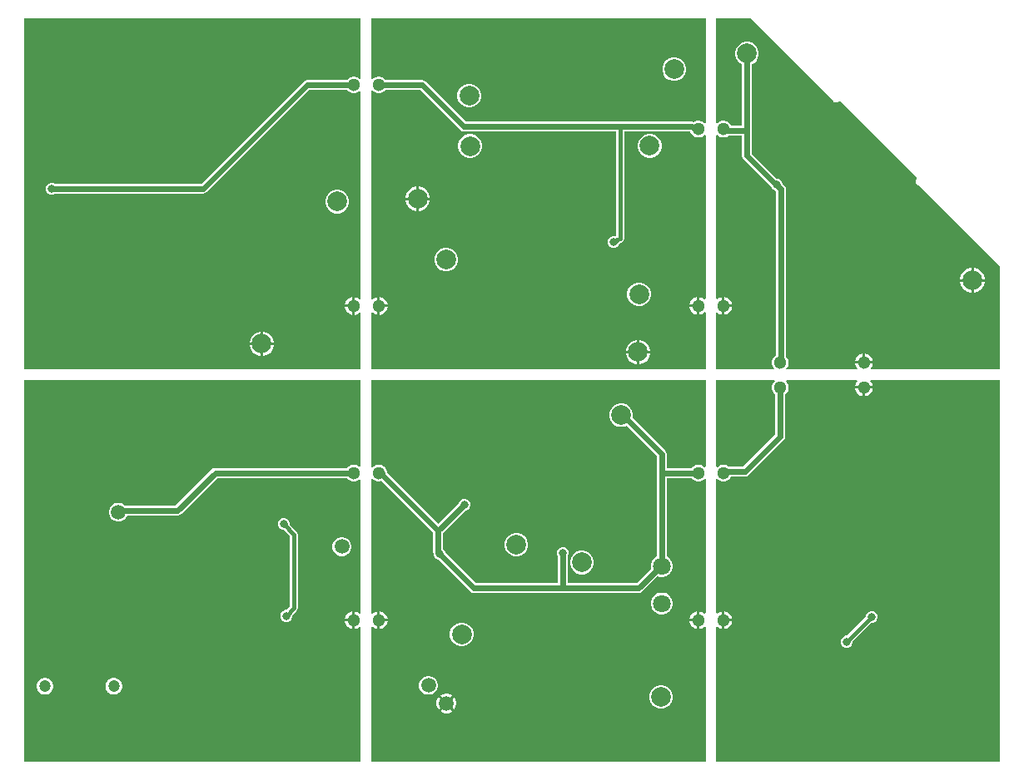
<source format=gbl>
G04*
G04 #@! TF.GenerationSoftware,Altium Limited,Altium Designer,22.6.1 (34)*
G04*
G04 Layer_Physical_Order=2*
G04 Layer_Color=9720587*
%FSLAX44Y44*%
%MOMM*%
G71*
G04*
G04 #@! TF.SameCoordinates,B2E29BDE-533A-453F-A1E7-46E19EE0E789*
G04*
G04*
G04 #@! TF.FilePolarity,Positive*
G04*
G01*
G75*
%ADD11C,0.6000*%
%ADD83C,0.4000*%
%ADD84C,1.3000*%
%ADD85C,1.2000*%
%ADD86C,2.0000*%
%ADD87C,1.8000*%
%ADD88C,1.5000*%
%ADD89C,0.8000*%
G36*
X344416Y701651D02*
X343146Y701125D01*
X342469Y701802D01*
X340531Y702921D01*
X338369Y703500D01*
X336131D01*
X333969Y702921D01*
X332031Y701802D01*
X330448Y700219D01*
X330378Y700098D01*
X289734D01*
X287783Y699710D01*
X286129Y698605D01*
X181997Y594473D01*
X33523D01*
X31345Y595376D01*
X28958D01*
X26753Y594462D01*
X25065Y592774D01*
X24152Y590569D01*
Y588182D01*
X25065Y585977D01*
X26753Y584289D01*
X28958Y583376D01*
X31345D01*
X33523Y584277D01*
X184109D01*
X186060Y584666D01*
X187714Y585771D01*
X291845Y689902D01*
X330378D01*
X330448Y689781D01*
X332031Y688198D01*
X333969Y687079D01*
X336131Y686500D01*
X338369D01*
X340531Y687079D01*
X342469Y688198D01*
X343146Y688875D01*
X344416Y688349D01*
Y477278D01*
X343243Y476792D01*
X342801Y477234D01*
X340739Y478424D01*
X338520Y479019D01*
Y470000D01*
Y460981D01*
X340739Y461576D01*
X342801Y462766D01*
X343243Y463208D01*
X344416Y462722D01*
Y405326D01*
X2299D01*
Y763057D01*
X344416D01*
Y701651D01*
D02*
G37*
G36*
X445770Y648977D02*
X447424Y647872D01*
X449375Y647484D01*
X604171D01*
Y542214D01*
X602997Y541425D01*
X600610D01*
X598405Y540512D01*
X596717Y538824D01*
X595804Y536619D01*
Y534232D01*
X596717Y532026D01*
X598405Y530339D01*
X600610Y529425D01*
X602997D01*
X605203Y530339D01*
X606890Y532026D01*
X607564Y533653D01*
X608855Y534516D01*
X608886Y534547D01*
X609810Y534731D01*
X611134Y535615D01*
X612018Y536938D01*
X612328Y538499D01*
Y647484D01*
X679057D01*
X679627Y646913D01*
X679679Y646719D01*
X680798Y644781D01*
X682381Y643198D01*
X684319Y642079D01*
X686481Y641500D01*
X688719D01*
X690881Y642079D01*
X692819Y643198D01*
X693793Y644173D01*
X695063Y643646D01*
Y477116D01*
X693793Y476590D01*
X693073Y477311D01*
X691011Y478501D01*
X688792Y479095D01*
Y470077D01*
Y461058D01*
X691011Y461653D01*
X693073Y462843D01*
X693793Y463564D01*
X695063Y463038D01*
Y405326D01*
X355030D01*
Y463040D01*
X356300Y463566D01*
X357099Y462766D01*
X359161Y461576D01*
X361380Y460981D01*
Y470000D01*
Y479019D01*
X359161Y478424D01*
X357099Y477234D01*
X356300Y476434D01*
X355030Y476960D01*
Y688803D01*
X356300Y689329D01*
X357431Y688198D01*
X359369Y687079D01*
X361531Y686500D01*
X363769D01*
X365931Y687079D01*
X367869Y688198D01*
X369452Y689781D01*
X369522Y689902D01*
X404845D01*
X445770Y648977D01*
D02*
G37*
G36*
X695063Y656354D02*
X693793Y655827D01*
X692819Y656802D01*
X690881Y657921D01*
X688719Y658500D01*
X686481D01*
X684319Y657921D01*
X683170Y657258D01*
X683119Y657292D01*
X681168Y657680D01*
X451486D01*
X410561Y698605D01*
X408907Y699710D01*
X406956Y700098D01*
X369522D01*
X369452Y700219D01*
X367869Y701802D01*
X365931Y702921D01*
X363769Y703500D01*
X361531D01*
X359369Y702921D01*
X357431Y701802D01*
X356300Y700671D01*
X355030Y701197D01*
Y763057D01*
X695063D01*
Y656354D01*
D02*
G37*
G36*
X707781Y643198D02*
X709719Y642079D01*
X711881Y641500D01*
X714119D01*
X716281Y642079D01*
X718133Y643148D01*
X718596Y643056D01*
X732033D01*
Y622929D01*
X732421Y620979D01*
X733526Y619325D01*
X761959Y590892D01*
X762522Y590516D01*
X762695Y590098D01*
X764382Y588410D01*
X765708Y587861D01*
X766699Y586870D01*
Y419832D01*
X765781Y419302D01*
X764198Y417719D01*
X763079Y415781D01*
X762500Y413619D01*
Y411381D01*
X763079Y409219D01*
X764198Y407281D01*
X764883Y406596D01*
X764357Y405326D01*
X705677D01*
Y462741D01*
X706947Y463267D01*
X707371Y462843D01*
X709433Y461653D01*
X711652Y461058D01*
Y470077D01*
Y479095D01*
X709433Y478501D01*
X707371Y477311D01*
X706947Y476886D01*
X705677Y477413D01*
Y643506D01*
X706947Y644032D01*
X707781Y643198D01*
D02*
G37*
G36*
X823647Y680942D02*
X823891Y679716D01*
X824775Y678393D01*
X826098Y677509D01*
X827658Y677199D01*
X829219Y677509D01*
X830542Y678393D01*
X831776Y678581D01*
X852677Y657680D01*
X862873Y647484D01*
X867158Y643198D01*
X909815Y600542D01*
X909628Y599308D01*
X908743Y597985D01*
X908433Y596424D01*
X908743Y594864D01*
X909628Y593540D01*
X910951Y592656D01*
X912177Y592412D01*
X994143Y510446D01*
Y405326D01*
X863270D01*
X862784Y406499D01*
X863234Y406949D01*
X864424Y409011D01*
X865019Y411230D01*
X856000D01*
X846981D01*
X847576Y409011D01*
X848766Y406949D01*
X849216Y406499D01*
X848730Y405326D01*
X777643D01*
X777117Y406596D01*
X777802Y407281D01*
X778921Y409219D01*
X779500Y411381D01*
Y413619D01*
X778921Y415781D01*
X777802Y417719D01*
X776895Y418626D01*
Y588982D01*
X776507Y590933D01*
X775402Y592587D01*
X773781Y594207D01*
Y594690D01*
X772868Y596895D01*
X771180Y598583D01*
X768975Y599496D01*
X767773D01*
X742228Y625041D01*
Y648154D01*
Y715966D01*
X744499Y717277D01*
X746733Y719511D01*
X748313Y722247D01*
X749130Y725299D01*
Y728459D01*
X748313Y731511D01*
X746733Y734247D01*
X744499Y736481D01*
X741762Y738061D01*
X738710Y738879D01*
X735551D01*
X732499Y738061D01*
X729762Y736481D01*
X727528Y734247D01*
X725948Y731511D01*
X725130Y728459D01*
Y725299D01*
X725948Y722247D01*
X727528Y719511D01*
X729762Y717277D01*
X732033Y715966D01*
Y653252D01*
X720928D01*
X720921Y653281D01*
X719802Y655219D01*
X718219Y656802D01*
X716281Y657921D01*
X714119Y658500D01*
X711881D01*
X709719Y657921D01*
X707781Y656802D01*
X706947Y655968D01*
X705677Y656494D01*
Y763057D01*
X741532D01*
X823647Y680942D01*
D02*
G37*
G36*
X994143Y6213D02*
X705677D01*
Y142742D01*
X706947Y143268D01*
X707449Y142766D01*
X709511Y141576D01*
X711730Y140981D01*
Y150000D01*
Y159019D01*
X709511Y158424D01*
X707449Y157234D01*
X706947Y156732D01*
X705677Y157258D01*
Y293506D01*
X706947Y294032D01*
X707781Y293198D01*
X709719Y292079D01*
X711881Y291500D01*
X714119D01*
X716281Y292079D01*
X718219Y293198D01*
X719802Y294781D01*
X720645Y296241D01*
X735168D01*
X737119Y296630D01*
X738773Y297735D01*
X774605Y333566D01*
X775710Y335220D01*
X776098Y337171D01*
Y380228D01*
X776219Y380298D01*
X777802Y381881D01*
X778921Y383819D01*
X779500Y385981D01*
Y388219D01*
X778921Y390381D01*
X777802Y392319D01*
X776679Y393442D01*
X777205Y394712D01*
X849032D01*
X849558Y393442D01*
X848766Y392651D01*
X847576Y390589D01*
X846981Y388370D01*
X856000D01*
X865019D01*
X864424Y390589D01*
X863234Y392651D01*
X862442Y393442D01*
X862969Y394712D01*
X994143D01*
Y6213D01*
D02*
G37*
G36*
X765321Y393442D02*
X764198Y392319D01*
X763079Y390381D01*
X762500Y388219D01*
Y385981D01*
X763079Y383819D01*
X764198Y381881D01*
X765781Y380298D01*
X765902Y380228D01*
Y339283D01*
X733057Y306437D01*
X718584D01*
X718219Y306802D01*
X716281Y307921D01*
X714119Y308500D01*
X711881D01*
X709719Y307921D01*
X707781Y306802D01*
X706947Y305968D01*
X705677Y306494D01*
Y394712D01*
X764795D01*
X765321Y393442D01*
D02*
G37*
G36*
X344416Y306751D02*
X343146Y306225D01*
X342569Y306802D01*
X340631Y307921D01*
X338469Y308500D01*
X336231D01*
X334069Y307921D01*
X332131Y306802D01*
X330548Y305219D01*
X330478Y305098D01*
X196481D01*
X194530Y304710D01*
X192876Y303605D01*
X156091Y266820D01*
X104615D01*
X103833Y267602D01*
X101667Y268853D01*
X99251Y269500D01*
X96749D01*
X94333Y268853D01*
X92167Y267602D01*
X90398Y265833D01*
X89147Y263667D01*
X88500Y261251D01*
Y258749D01*
X89147Y256333D01*
X90398Y254167D01*
X92167Y252398D01*
X94333Y251147D01*
X96749Y250500D01*
X99251D01*
X101667Y251147D01*
X103833Y252398D01*
X105602Y254167D01*
X106853Y256333D01*
X106931Y256624D01*
X158203D01*
X160154Y257012D01*
X161808Y258117D01*
X198593Y294902D01*
X330478D01*
X330548Y294781D01*
X332131Y293198D01*
X334069Y292079D01*
X336231Y291500D01*
X338469D01*
X340631Y292079D01*
X342569Y293198D01*
X343146Y293775D01*
X344416Y293249D01*
Y157278D01*
X343243Y156792D01*
X342801Y157234D01*
X340739Y158424D01*
X338520Y159019D01*
Y150000D01*
Y140981D01*
X340739Y141576D01*
X342801Y142766D01*
X343243Y143208D01*
X344416Y142722D01*
Y6213D01*
X2299D01*
Y394712D01*
X344416D01*
Y306751D01*
D02*
G37*
G36*
X695063Y306353D02*
X693793Y305828D01*
X692819Y306802D01*
X690881Y307921D01*
X688719Y308500D01*
X686481D01*
X684319Y307921D01*
X682381Y306802D01*
X680798Y305219D01*
X680728Y305098D01*
X655494D01*
Y319380D01*
X655106Y321331D01*
X654001Y322985D01*
X620934Y356052D01*
X621224Y357134D01*
Y360294D01*
X620406Y363346D01*
X618826Y366082D01*
X616592Y368316D01*
X613856Y369896D01*
X610804Y370714D01*
X607644D01*
X604592Y369896D01*
X601856Y368316D01*
X599622Y366082D01*
X598042Y363346D01*
X597224Y360294D01*
Y357134D01*
X598042Y354082D01*
X599622Y351346D01*
X601856Y349112D01*
X604592Y347532D01*
X607644Y346714D01*
X610804D01*
X613856Y347532D01*
X614603Y347963D01*
X645298Y317268D01*
Y300000D01*
Y294811D01*
X645189Y294260D01*
Y214880D01*
X643533Y213924D01*
X641485Y211876D01*
X640037Y209368D01*
X639287Y206570D01*
Y203673D01*
X639608Y202476D01*
X624975Y187844D01*
X555113D01*
Y215197D01*
X556015Y217374D01*
Y219762D01*
X555101Y221967D01*
X553413Y223655D01*
X551208Y224568D01*
X548821D01*
X546616Y223655D01*
X544928Y221967D01*
X544015Y219762D01*
Y217374D01*
X544917Y215197D01*
Y187844D01*
X461673D01*
X430715Y218801D01*
Y218992D01*
X429802Y221197D01*
X428233Y222766D01*
Y239119D01*
X450823Y261708D01*
X450919D01*
X453124Y262622D01*
X454812Y264310D01*
X455725Y266515D01*
Y268902D01*
X454812Y271107D01*
X453124Y272795D01*
X450919Y273708D01*
X448532D01*
X446326Y272795D01*
X444639Y271107D01*
X443816Y269121D01*
X423135Y248440D01*
X371291Y300284D01*
X371250Y300492D01*
Y301119D01*
X370671Y303281D01*
X369552Y305219D01*
X367969Y306802D01*
X366031Y307921D01*
X363869Y308500D01*
X361631D01*
X359469Y307921D01*
X357531Y306802D01*
X356300Y305571D01*
X355030Y306068D01*
Y394712D01*
X695063D01*
Y306353D01*
D02*
G37*
G36*
X680798Y294781D02*
X682381Y293198D01*
X684319Y292079D01*
X686481Y291500D01*
X688719D01*
X690881Y292079D01*
X692819Y293198D01*
X693793Y294172D01*
X695063Y293647D01*
Y157117D01*
X693793Y156591D01*
X693151Y157234D01*
X691089Y158424D01*
X688870Y159019D01*
Y150000D01*
Y140981D01*
X691089Y141576D01*
X693151Y142766D01*
X693793Y143409D01*
X695063Y142883D01*
Y6213D01*
X355030D01*
Y143040D01*
X356300Y143566D01*
X357099Y142766D01*
X359161Y141576D01*
X361380Y140981D01*
Y150000D01*
Y159019D01*
X359161Y158424D01*
X357099Y157234D01*
X356300Y156434D01*
X355030Y156960D01*
Y293932D01*
X356300Y294429D01*
X357531Y293198D01*
X359469Y292079D01*
X361631Y291500D01*
X363869D01*
X365279Y291878D01*
X418037Y239119D01*
Y219920D01*
X418425Y217969D01*
X418716Y217535D01*
Y216605D01*
X419629Y214400D01*
X421317Y212712D01*
X423141Y211956D01*
X455956Y179141D01*
X457610Y178036D01*
X459561Y177648D01*
X627087D01*
X629038Y178036D01*
X630692Y179141D01*
X646341Y194791D01*
X648839Y194122D01*
X651735D01*
X654533Y194871D01*
X657041Y196319D01*
X659089Y198368D01*
X660537Y200876D01*
X661287Y203673D01*
Y206570D01*
X660537Y209368D01*
X659089Y211876D01*
X657041Y213924D01*
X655385Y214880D01*
Y294156D01*
X655494Y294707D01*
Y294902D01*
X680728D01*
X680798Y294781D01*
D02*
G37*
%LPC*%
G36*
X321988Y588184D02*
X318828D01*
X315776Y587366D01*
X313040Y585786D01*
X310806Y583552D01*
X309226Y580815D01*
X308408Y577763D01*
Y574604D01*
X309226Y571552D01*
X310806Y568815D01*
X313040Y566581D01*
X315776Y565001D01*
X318828Y564184D01*
X321988D01*
X325040Y565001D01*
X327776Y566581D01*
X330011Y568815D01*
X331590Y571552D01*
X332408Y574604D01*
Y577763D01*
X331590Y580815D01*
X330011Y583552D01*
X327776Y585786D01*
X325040Y587366D01*
X321988Y588184D01*
D02*
G37*
G36*
X335980Y479019D02*
X333761Y478424D01*
X331699Y477234D01*
X330016Y475551D01*
X328826Y473489D01*
X328231Y471270D01*
X335980D01*
Y479019D01*
D02*
G37*
G36*
Y468730D02*
X328231D01*
X328826Y466511D01*
X330016Y464449D01*
X331699Y462766D01*
X333761Y461576D01*
X335980Y460981D01*
Y468730D01*
D02*
G37*
G36*
X245354Y443914D02*
X244973D01*
Y432644D01*
X256243D01*
Y433025D01*
X255389Y436214D01*
X253738Y439074D01*
X251403Y441408D01*
X248544Y443059D01*
X245354Y443914D01*
D02*
G37*
G36*
X242433D02*
X242052D01*
X238863Y443059D01*
X236004Y441408D01*
X233669Y439074D01*
X232018Y436214D01*
X231163Y433025D01*
Y432644D01*
X242433D01*
Y443914D01*
D02*
G37*
G36*
X256243Y430104D02*
X244973D01*
Y418834D01*
X245354D01*
X248544Y419688D01*
X251403Y421339D01*
X253738Y423674D01*
X255389Y426534D01*
X256243Y429723D01*
Y430104D01*
D02*
G37*
G36*
X242433D02*
X231163D01*
Y429723D01*
X232018Y426534D01*
X233669Y423674D01*
X236004Y421339D01*
X238863Y419688D01*
X242052Y418834D01*
X242433D01*
Y430104D01*
D02*
G37*
G36*
X639799Y644951D02*
X636639D01*
X633587Y644134D01*
X630851Y642554D01*
X628617Y640320D01*
X627037Y637583D01*
X626219Y634531D01*
Y631372D01*
X627037Y628320D01*
X628617Y625583D01*
X630851Y623349D01*
X633587Y621769D01*
X636639Y620951D01*
X639799D01*
X642851Y621769D01*
X645587Y623349D01*
X647822Y625583D01*
X649401Y628320D01*
X650219Y631372D01*
Y634531D01*
X649401Y637583D01*
X647822Y640320D01*
X645587Y642554D01*
X642851Y644134D01*
X639799Y644951D01*
D02*
G37*
G36*
X457034Y644783D02*
X453875D01*
X450822Y643965D01*
X448086Y642385D01*
X445852Y640151D01*
X444272Y637415D01*
X443454Y634363D01*
Y631203D01*
X444272Y628151D01*
X445852Y625415D01*
X448086Y623181D01*
X450822Y621601D01*
X453875Y620783D01*
X457034D01*
X460086Y621601D01*
X462822Y623181D01*
X465057Y625415D01*
X466637Y628151D01*
X467454Y631203D01*
Y634363D01*
X466637Y637415D01*
X465057Y640151D01*
X462822Y642385D01*
X460086Y643965D01*
X457034Y644783D01*
D02*
G37*
G36*
X403836Y591549D02*
X403455D01*
Y580279D01*
X414725D01*
Y580660D01*
X413870Y583849D01*
X412219Y586709D01*
X409884Y589044D01*
X407025Y590695D01*
X403836Y591549D01*
D02*
G37*
G36*
X400915D02*
X400534D01*
X397344Y590695D01*
X394485Y589044D01*
X392150Y586709D01*
X390499Y583849D01*
X389645Y580660D01*
Y580279D01*
X400915D01*
Y591549D01*
D02*
G37*
G36*
X414725Y577739D02*
X403455D01*
Y566469D01*
X403836D01*
X407025Y567324D01*
X409884Y568975D01*
X412219Y571309D01*
X413870Y574169D01*
X414725Y577358D01*
Y577739D01*
D02*
G37*
G36*
X400915D02*
X389645D01*
Y577358D01*
X390499Y574169D01*
X392150Y571309D01*
X394485Y568975D01*
X397344Y567324D01*
X400534Y566469D01*
X400915D01*
Y577739D01*
D02*
G37*
G36*
X432847Y529146D02*
X429687D01*
X426635Y528328D01*
X423899Y526748D01*
X421665Y524514D01*
X420085Y521777D01*
X419267Y518725D01*
Y515566D01*
X420085Y512514D01*
X421665Y509777D01*
X423899Y507543D01*
X426635Y505963D01*
X429687Y505146D01*
X432847D01*
X435899Y505963D01*
X438635Y507543D01*
X440869Y509777D01*
X442449Y512514D01*
X443267Y515566D01*
Y518725D01*
X442449Y521777D01*
X440869Y524514D01*
X438635Y526748D01*
X435899Y528328D01*
X432847Y529146D01*
D02*
G37*
G36*
X686252Y479095D02*
X684033Y478501D01*
X681971Y477311D01*
X680288Y475628D01*
X679098Y473566D01*
X678503Y471347D01*
X686252D01*
Y479095D01*
D02*
G37*
G36*
X363920Y479019D02*
Y471270D01*
X371669D01*
X371074Y473489D01*
X369884Y475551D01*
X368201Y477234D01*
X366139Y478424D01*
X363920Y479019D01*
D02*
G37*
G36*
X629011Y493873D02*
X625851D01*
X622799Y493055D01*
X620063Y491475D01*
X617829Y489241D01*
X616249Y486505D01*
X615431Y483453D01*
Y480293D01*
X616249Y477241D01*
X617829Y474505D01*
X620063Y472271D01*
X622799Y470691D01*
X625851Y469873D01*
X629011D01*
X632063Y470691D01*
X634799Y472271D01*
X637034Y474505D01*
X638613Y477241D01*
X639431Y480293D01*
Y483453D01*
X638613Y486505D01*
X637034Y489241D01*
X634799Y491475D01*
X632063Y493055D01*
X629011Y493873D01*
D02*
G37*
G36*
X686252Y468807D02*
X678503D01*
X679098Y466588D01*
X680288Y464526D01*
X681971Y462843D01*
X684033Y461653D01*
X686252Y461058D01*
Y468807D01*
D02*
G37*
G36*
X371669Y468730D02*
X363920D01*
Y460981D01*
X366139Y461576D01*
X368201Y462766D01*
X369884Y464449D01*
X371074Y466511D01*
X371669Y468730D01*
D02*
G37*
G36*
X628068Y435492D02*
X627687D01*
Y424222D01*
X638957D01*
Y424603D01*
X638102Y427792D01*
X636451Y430652D01*
X634116Y432987D01*
X631257Y434638D01*
X628068Y435492D01*
D02*
G37*
G36*
X625147D02*
X624766D01*
X621576Y434638D01*
X618717Y432987D01*
X616382Y430652D01*
X614731Y427792D01*
X613877Y424603D01*
Y424222D01*
X625147D01*
Y435492D01*
D02*
G37*
G36*
X638957Y421682D02*
X627687D01*
Y410412D01*
X628068D01*
X631257Y411267D01*
X634116Y412918D01*
X636451Y415252D01*
X638102Y418112D01*
X638957Y421301D01*
Y421682D01*
D02*
G37*
G36*
X625147D02*
X613877D01*
Y421301D01*
X614731Y418112D01*
X616382Y415252D01*
X618717Y412918D01*
X621576Y411267D01*
X624766Y410412D01*
X625147D01*
Y421682D01*
D02*
G37*
G36*
X664706Y723040D02*
X661546D01*
X658494Y722222D01*
X655758Y720642D01*
X653523Y718408D01*
X651944Y715671D01*
X651126Y712619D01*
Y709460D01*
X651944Y706408D01*
X653523Y703671D01*
X655758Y701437D01*
X658494Y699857D01*
X661546Y699040D01*
X664706D01*
X667758Y699857D01*
X670494Y701437D01*
X672728Y703671D01*
X674308Y706408D01*
X675126Y709460D01*
Y712619D01*
X674308Y715671D01*
X672728Y718408D01*
X670494Y720642D01*
X667758Y722222D01*
X664706Y723040D01*
D02*
G37*
G36*
X456256Y696042D02*
X453096D01*
X450044Y695224D01*
X447308Y693644D01*
X445073Y691410D01*
X443494Y688674D01*
X442676Y685622D01*
Y682462D01*
X443494Y679410D01*
X445073Y676674D01*
X447308Y674439D01*
X450044Y672860D01*
X453096Y672042D01*
X456256D01*
X459308Y672860D01*
X462044Y674439D01*
X464278Y676674D01*
X465858Y679410D01*
X466676Y682462D01*
Y685622D01*
X465858Y688674D01*
X464278Y691410D01*
X462044Y693644D01*
X459308Y695224D01*
X456256Y696042D01*
D02*
G37*
G36*
X714192Y479095D02*
Y471347D01*
X721941D01*
X721346Y473566D01*
X720156Y475628D01*
X718473Y477311D01*
X716411Y478501D01*
X714192Y479095D01*
D02*
G37*
G36*
X721941Y468807D02*
X714192D01*
Y461058D01*
X716411Y461653D01*
X718473Y462843D01*
X720156Y464526D01*
X721346Y466588D01*
X721941Y468807D01*
D02*
G37*
G36*
X968082Y508638D02*
X967701D01*
Y497368D01*
X978971D01*
Y497749D01*
X978116Y500938D01*
X976465Y503798D01*
X974131Y506133D01*
X971271Y507784D01*
X968082Y508638D01*
D02*
G37*
G36*
X965161D02*
X964780D01*
X961591Y507784D01*
X958731Y506133D01*
X956396Y503798D01*
X954745Y500938D01*
X953891Y497749D01*
Y497368D01*
X965161D01*
Y508638D01*
D02*
G37*
G36*
X978971Y494828D02*
X967701D01*
Y483558D01*
X968082D01*
X971271Y484413D01*
X974131Y486064D01*
X976465Y488398D01*
X978116Y491258D01*
X978971Y494447D01*
Y494828D01*
D02*
G37*
G36*
X965161D02*
X953891D01*
Y494447D01*
X954745Y491258D01*
X956396Y488398D01*
X958731Y486064D01*
X961591Y484413D01*
X964780Y483558D01*
X965161D01*
Y494828D01*
D02*
G37*
G36*
X857270Y421519D02*
Y413770D01*
X865019D01*
X864424Y415989D01*
X863234Y418051D01*
X861551Y419734D01*
X859489Y420924D01*
X857270Y421519D01*
D02*
G37*
G36*
X854730D02*
X852511Y420924D01*
X850449Y419734D01*
X848766Y418051D01*
X847576Y415989D01*
X846981Y413770D01*
X854730D01*
Y421519D01*
D02*
G37*
G36*
X865019Y385830D02*
X857270D01*
Y378081D01*
X859489Y378676D01*
X861551Y379866D01*
X863234Y381549D01*
X864424Y383611D01*
X865019Y385830D01*
D02*
G37*
G36*
X854730D02*
X846981D01*
X847576Y383611D01*
X848766Y381549D01*
X850449Y379866D01*
X852511Y378676D01*
X854730Y378081D01*
Y385830D01*
D02*
G37*
G36*
X714270Y159019D02*
Y151270D01*
X722019D01*
X721424Y153489D01*
X720234Y155551D01*
X718551Y157234D01*
X716489Y158424D01*
X714270Y159019D01*
D02*
G37*
G36*
X722019Y148730D02*
X714270D01*
Y140981D01*
X716489Y141576D01*
X718551Y142766D01*
X720234Y144449D01*
X721424Y146511D01*
X722019Y148730D01*
D02*
G37*
G36*
X865431Y159381D02*
X863044D01*
X860838Y158467D01*
X859151Y156779D01*
X858237Y154574D01*
Y153584D01*
X838857Y134203D01*
X837431D01*
X835225Y133290D01*
X833538Y131602D01*
X832624Y129397D01*
Y127010D01*
X833538Y124805D01*
X835225Y123117D01*
X837431Y122203D01*
X839818D01*
X842023Y123117D01*
X843711Y124805D01*
X844624Y127010D01*
Y128436D01*
X863569Y147381D01*
X865431D01*
X867636Y148294D01*
X869324Y149982D01*
X870237Y152187D01*
Y154574D01*
X869324Y156779D01*
X867636Y158467D01*
X865431Y159381D01*
D02*
G37*
G36*
X326431Y234441D02*
X323930D01*
X321514Y233794D01*
X319347Y232543D01*
X317579Y230774D01*
X316328Y228608D01*
X315681Y226192D01*
Y223690D01*
X316328Y221274D01*
X317579Y219108D01*
X319347Y217339D01*
X321514Y216089D01*
X323930Y215441D01*
X326431D01*
X328847Y216089D01*
X331014Y217339D01*
X332782Y219108D01*
X334033Y221274D01*
X334680Y223690D01*
Y226192D01*
X334033Y228608D01*
X332782Y230774D01*
X331014Y232543D01*
X328847Y233794D01*
X326431Y234441D01*
D02*
G37*
G36*
X335980Y159019D02*
X333761Y158424D01*
X331699Y157234D01*
X330016Y155551D01*
X328826Y153489D01*
X328231Y151270D01*
X335980D01*
Y159019D01*
D02*
G37*
G36*
X267215Y253775D02*
X264828D01*
X262623Y252862D01*
X260935Y251174D01*
X260022Y248969D01*
Y246582D01*
X260935Y244377D01*
X262623Y242689D01*
X264828Y241775D01*
X266254D01*
X272318Y235711D01*
Y164060D01*
X268750Y160492D01*
X267325D01*
X265119Y159578D01*
X263431Y157890D01*
X262518Y155685D01*
Y153298D01*
X263431Y151093D01*
X265119Y149405D01*
X267325Y148492D01*
X269711D01*
X271917Y149405D01*
X273605Y151093D01*
X274518Y153298D01*
Y154724D01*
X279280Y159487D01*
X279280Y159487D01*
X280165Y160810D01*
X280475Y162370D01*
Y237401D01*
X280165Y238962D01*
X279280Y240285D01*
X279280Y240285D01*
X272022Y247543D01*
Y248969D01*
X271109Y251174D01*
X269421Y252862D01*
X267215Y253775D01*
D02*
G37*
G36*
X335980Y148730D02*
X328231D01*
X328826Y146511D01*
X330016Y144449D01*
X331699Y142766D01*
X333761Y141576D01*
X335980Y140981D01*
Y148730D01*
D02*
G37*
G36*
X94240Y91166D02*
X92002D01*
X89840Y90587D01*
X87902Y89468D01*
X86320Y87885D01*
X85201Y85947D01*
X84621Y83785D01*
Y81547D01*
X85201Y79385D01*
X86320Y77447D01*
X87902Y75864D01*
X89840Y74745D01*
X92002Y74166D01*
X94240D01*
X96402Y74745D01*
X98340Y75864D01*
X99923Y77447D01*
X101042Y79385D01*
X101621Y81547D01*
Y83785D01*
X101042Y85947D01*
X99923Y87885D01*
X98340Y89468D01*
X96402Y90587D01*
X94240Y91166D01*
D02*
G37*
G36*
X24240D02*
X22002D01*
X19840Y90587D01*
X17902Y89468D01*
X16320Y87885D01*
X15201Y85947D01*
X14621Y83785D01*
Y81547D01*
X15201Y79385D01*
X16320Y77447D01*
X17902Y75864D01*
X19840Y74745D01*
X22002Y74166D01*
X24240D01*
X26402Y74745D01*
X28340Y75864D01*
X29923Y77447D01*
X31042Y79385D01*
X31621Y81547D01*
Y83785D01*
X31042Y85947D01*
X29923Y87885D01*
X28340Y89468D01*
X26402Y90587D01*
X24240Y91166D01*
D02*
G37*
G36*
X504224Y238795D02*
X501064D01*
X498013Y237977D01*
X495276Y236398D01*
X493042Y234163D01*
X491462Y231427D01*
X490644Y228375D01*
Y225215D01*
X491462Y222163D01*
X493042Y219427D01*
X495276Y217193D01*
X498013Y215613D01*
X501064Y214795D01*
X504224D01*
X507276Y215613D01*
X510013Y217193D01*
X512247Y219427D01*
X513827Y222163D01*
X514644Y225215D01*
Y228375D01*
X513827Y231427D01*
X512247Y234163D01*
X510013Y236398D01*
X507276Y237977D01*
X504224Y238795D01*
D02*
G37*
G36*
X570804Y220714D02*
X567644D01*
X564592Y219896D01*
X561856Y218316D01*
X559622Y216082D01*
X558042Y213346D01*
X557224Y210294D01*
Y207134D01*
X558042Y204082D01*
X559622Y201346D01*
X561856Y199112D01*
X564592Y197532D01*
X567644Y196714D01*
X570804D01*
X573856Y197532D01*
X576592Y199112D01*
X578826Y201346D01*
X580406Y204082D01*
X581224Y207134D01*
Y210294D01*
X580406Y213346D01*
X578826Y216082D01*
X576592Y218316D01*
X573856Y219896D01*
X570804Y220714D01*
D02*
G37*
G36*
X651735Y178122D02*
X648839D01*
X646041Y177372D01*
X643533Y175924D01*
X641485Y173876D01*
X640037Y171367D01*
X639287Y168570D01*
Y165673D01*
X640037Y162876D01*
X641485Y160368D01*
X643533Y158319D01*
X646041Y156871D01*
X648839Y156122D01*
X651735D01*
X654533Y156871D01*
X657041Y158319D01*
X659089Y160368D01*
X660537Y162876D01*
X661287Y165673D01*
Y168570D01*
X660537Y171367D01*
X659089Y173876D01*
X657041Y175924D01*
X654533Y177372D01*
X651735Y178122D01*
D02*
G37*
G36*
X363920Y159019D02*
Y151270D01*
X371669D01*
X371074Y153489D01*
X369884Y155551D01*
X368201Y157234D01*
X366139Y158424D01*
X363920Y159019D01*
D02*
G37*
G36*
X686330D02*
X684111Y158424D01*
X682049Y157234D01*
X680366Y155551D01*
X679176Y153489D01*
X678581Y151270D01*
X686330D01*
Y159019D01*
D02*
G37*
G36*
X371669Y148730D02*
X363920D01*
Y140981D01*
X366139Y141576D01*
X368201Y142766D01*
X369884Y144449D01*
X371074Y146511D01*
X371669Y148730D01*
D02*
G37*
G36*
X686330D02*
X678581D01*
X679176Y146511D01*
X680366Y144449D01*
X682049Y142766D01*
X684111Y141576D01*
X686330Y140981D01*
Y148730D01*
D02*
G37*
G36*
X448596Y147535D02*
X445436D01*
X442384Y146717D01*
X439648Y145137D01*
X437414Y142903D01*
X435834Y140166D01*
X435016Y137114D01*
Y133955D01*
X435834Y130903D01*
X437414Y128166D01*
X439648Y125932D01*
X442384Y124352D01*
X445436Y123535D01*
X448596D01*
X451648Y124352D01*
X454384Y125932D01*
X456618Y128166D01*
X458198Y130903D01*
X459016Y133955D01*
Y137114D01*
X458198Y140166D01*
X456618Y142903D01*
X454384Y145137D01*
X451648Y146717D01*
X448596Y147535D01*
D02*
G37*
G36*
X414450Y93091D02*
X411949D01*
X409533Y92444D01*
X407366Y91193D01*
X405598Y89424D01*
X404347Y87258D01*
X403700Y84842D01*
Y82340D01*
X404347Y79924D01*
X405598Y77758D01*
X407366Y75989D01*
X409533Y74739D01*
X411949Y74091D01*
X414450D01*
X416866Y74739D01*
X419033Y75989D01*
X420801Y77758D01*
X422052Y79924D01*
X422700Y82340D01*
Y84842D01*
X422052Y87258D01*
X420801Y89424D01*
X419033Y91193D01*
X416866Y92444D01*
X414450Y93091D01*
D02*
G37*
G36*
X432729Y75423D02*
X430086D01*
X427532Y74739D01*
X425243Y73417D01*
X425206Y73380D01*
X431408Y67179D01*
X437609Y73380D01*
X437572Y73417D01*
X435283Y74739D01*
X432729Y75423D01*
D02*
G37*
G36*
X651326Y83876D02*
X648166D01*
X645114Y83059D01*
X642378Y81479D01*
X640144Y79245D01*
X638564Y76508D01*
X637746Y73456D01*
Y70297D01*
X638564Y67245D01*
X640144Y64508D01*
X642378Y62274D01*
X645114Y60694D01*
X648166Y59876D01*
X651326D01*
X654378Y60694D01*
X657114Y62274D01*
X659349Y64508D01*
X660928Y67245D01*
X661746Y70297D01*
Y73456D01*
X660928Y76508D01*
X659349Y79245D01*
X657114Y81479D01*
X654378Y83059D01*
X651326Y83876D01*
D02*
G37*
G36*
X439405Y71585D02*
X433204Y65383D01*
X439405Y59182D01*
X439441Y59218D01*
X440763Y61508D01*
X441448Y64061D01*
Y66705D01*
X440763Y69258D01*
X439441Y71548D01*
X439405Y71585D01*
D02*
G37*
G36*
X423410D02*
X423374Y71548D01*
X422052Y69258D01*
X421367Y66705D01*
Y64061D01*
X422052Y61508D01*
X423374Y59218D01*
X423410Y59182D01*
X429612Y65383D01*
X423410Y71585D01*
D02*
G37*
G36*
X431408Y63587D02*
X425206Y57386D01*
X425243Y57349D01*
X427532Y56027D01*
X430086Y55343D01*
X432729D01*
X435283Y56027D01*
X437572Y57349D01*
X437609Y57386D01*
X431408Y63587D01*
D02*
G37*
%LPD*%
D11*
X550015Y182746D02*
X627087D01*
X649463Y205122D01*
X608752Y652582D02*
X681168D01*
X683750Y650000D01*
X649463Y205122D02*
X650287D01*
Y294260D01*
X650396Y294707D02*
Y300000D01*
X423135Y241231D02*
X449613Y267708D01*
X449375Y652582D02*
X608752D01*
X714339Y301339D02*
X735168D01*
X771000Y337171D02*
Y387100D01*
X735168Y301339D02*
X771000Y337171D01*
X650396Y300000D02*
X687300D01*
X650396D02*
Y319380D01*
X611062Y358714D02*
X650396Y319380D01*
X459561Y182746D02*
X550015D01*
X550015Y182746D01*
Y218568D01*
X158203Y261722D02*
X196481Y300000D01*
X337350D01*
X289734Y695000D02*
X336994D01*
X184109Y589375D02*
X289734Y695000D01*
X30635Y589375D02*
X184109D01*
X362650Y695000D02*
X406956D01*
X449375Y652582D01*
X99722Y261722D02*
X158203D01*
X98000Y260000D02*
X99722Y261722D01*
X365308Y299058D02*
X423135Y241231D01*
X362750Y300000D02*
X366250D01*
X713000D02*
X714339Y301339D01*
X771797Y413297D02*
Y588982D01*
X771000Y412500D02*
X771797Y413297D01*
X767781Y592997D02*
Y593497D01*
Y592997D02*
X771797Y588982D01*
X718596Y648154D02*
X737131D01*
X716750Y650000D02*
X718596Y648154D01*
X737131D02*
Y726879D01*
Y622929D02*
Y648154D01*
X362700Y300000D02*
Y302666D01*
X362384Y302982D02*
X362700Y302666D01*
X609224Y358714D02*
X611062D01*
X424715Y217799D02*
Y218340D01*
Y217591D02*
Y217799D01*
X737131Y622929D02*
X765564Y594496D01*
X766240D01*
X767240Y593497D01*
X767781D01*
X424715Y217591D02*
X459561Y182746D01*
X423135Y219920D02*
X424715Y218340D01*
X423135Y219920D02*
Y241231D01*
D83*
X266022Y247775D02*
X276397Y237401D01*
Y162370D02*
Y237401D01*
X268518Y154492D02*
X276397Y162370D01*
X608250Y538499D02*
Y652079D01*
X602886Y535425D02*
X604861Y537400D01*
X605971D02*
X607071Y538499D01*
X601804Y535425D02*
X602886D01*
X604861Y537400D02*
X605971D01*
X607071Y538499D02*
X608250D01*
Y652079D02*
X608752Y652582D01*
X838624Y128203D02*
X863801Y153380D01*
X864237D01*
D84*
X856000Y387100D02*
D03*
Y412500D02*
D03*
X771000Y387100D02*
D03*
Y412500D02*
D03*
X687600Y650000D02*
D03*
X713000D02*
D03*
X712922Y470077D02*
D03*
X687522D02*
D03*
X337350Y300000D02*
D03*
X362750D02*
D03*
X362650Y150000D02*
D03*
X337250D02*
D03*
X687600Y300000D02*
D03*
X713000D02*
D03*
X687600Y150000D02*
D03*
X713000D02*
D03*
X362650Y470000D02*
D03*
X337250D02*
D03*
X362650Y695000D02*
D03*
X337250D02*
D03*
D85*
X93121Y82666D02*
D03*
X23121D02*
D03*
D86*
X320408Y576184D02*
D03*
X966431Y496098D02*
D03*
X663126Y711040D02*
D03*
X626417Y422952D02*
D03*
X638219Y632952D02*
D03*
X402185Y579009D02*
D03*
X455454Y632783D02*
D03*
X454676Y684042D02*
D03*
X649746Y71876D02*
D03*
X243703Y431374D02*
D03*
X627431Y481873D02*
D03*
X431267Y517146D02*
D03*
X502644Y226795D02*
D03*
X447016Y135535D02*
D03*
X737131Y726879D02*
D03*
X609224Y358714D02*
D03*
X569224Y208714D02*
D03*
D87*
X650287Y167122D02*
D03*
Y205122D02*
D03*
D88*
X431408Y65383D02*
D03*
X413200Y83591D02*
D03*
X98000Y260000D02*
D03*
X325181Y224941D02*
D03*
D89*
X184071Y683524D02*
D03*
X305305Y284598D02*
D03*
X261403Y138539D02*
D03*
X305305Y70153D02*
D03*
X147426Y194261D02*
D03*
X382978Y231409D02*
D03*
X511307Y284598D02*
D03*
X484290Y109834D02*
D03*
X951171Y114899D02*
D03*
X865900Y256737D02*
D03*
X869277Y344541D02*
D03*
X770498Y656077D02*
D03*
X894605Y526059D02*
D03*
X489356Y557297D02*
D03*
X538323Y625683D02*
D03*
X646390Y580092D02*
D03*
X63917Y508013D02*
D03*
X268327Y650646D02*
D03*
X601804Y535425D02*
D03*
X449725Y267708D02*
D03*
X251974Y630205D02*
D03*
X30152Y589375D02*
D03*
X268518Y154492D02*
D03*
X864237Y153380D02*
D03*
X838624Y128203D02*
D03*
X266022Y247775D02*
D03*
X767781Y593497D02*
D03*
X424715Y217799D02*
D03*
X550015Y218568D02*
D03*
X858150Y224055D02*
D03*
X856394Y107107D02*
D03*
M02*

</source>
